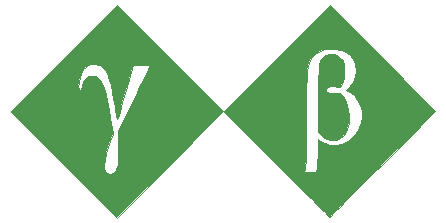
<source format=gbr>
G04 #@! TF.GenerationSoftware,KiCad,Pcbnew,(5.1.4)-1*
G04 #@! TF.CreationDate,2019-09-24T22:07:27-07:00*
G04 #@! TF.ProjectId,blacker-cannon-cards,626c6163-6b65-4722-9d63-616e6e6f6e2d,rev?*
G04 #@! TF.SameCoordinates,Original*
G04 #@! TF.FileFunction,Soldermask,Top*
G04 #@! TF.FilePolarity,Negative*
%FSLAX46Y46*%
G04 Gerber Fmt 4.6, Leading zero omitted, Abs format (unit mm)*
G04 Created by KiCad (PCBNEW (5.1.4)-1) date 2019-09-24 22:07:27*
%MOMM*%
%LPD*%
G04 APERTURE LIST*
%ADD10C,0.010000*%
G04 APERTURE END LIST*
D10*
G36*
X123477408Y-72680642D02*
G01*
X123785706Y-72809590D01*
X124034801Y-73048962D01*
X124077088Y-73109094D01*
X124149712Y-73227072D01*
X124197698Y-73338984D01*
X124226113Y-73474531D01*
X124240026Y-73663410D01*
X124244502Y-73935323D01*
X124244789Y-74091923D01*
X124241513Y-74425926D01*
X124228466Y-74667883D01*
X124200821Y-74851704D01*
X124153750Y-75011301D01*
X124093158Y-75157016D01*
X123999223Y-75347533D01*
X123925218Y-75442200D01*
X123849291Y-75464097D01*
X123809535Y-75456595D01*
X123670993Y-75428059D01*
X123466129Y-75395841D01*
X123348499Y-75380324D01*
X123087109Y-75379448D01*
X122881524Y-75435996D01*
X122746214Y-75534545D01*
X122695648Y-75659671D01*
X122744295Y-75795948D01*
X122860749Y-75900278D01*
X122982101Y-75957756D01*
X123139873Y-75981259D01*
X123372254Y-75975150D01*
X123458043Y-75968548D01*
X123895209Y-75931897D01*
X124083902Y-76160814D01*
X124305745Y-76506746D01*
X124484848Y-76936859D01*
X124612199Y-77413873D01*
X124678786Y-77900511D01*
X124675598Y-78359494D01*
X124654099Y-78519568D01*
X124594162Y-78783237D01*
X124514307Y-79041713D01*
X124457124Y-79183210D01*
X124231107Y-79523510D01*
X123932619Y-79769057D01*
X123580279Y-79912232D01*
X123192707Y-79945414D01*
X122795161Y-79863350D01*
X122602590Y-79762869D01*
X122396453Y-79607654D01*
X122303742Y-79518737D01*
X122064433Y-79263306D01*
X122083147Y-76380536D01*
X122087860Y-75698624D01*
X122092697Y-75131102D01*
X122098172Y-74666307D01*
X122104801Y-74292576D01*
X122113098Y-73998244D01*
X122123579Y-73771647D01*
X122136758Y-73601123D01*
X122153151Y-73475008D01*
X122173272Y-73381638D01*
X122197637Y-73309350D01*
X122221028Y-73257857D01*
X122434483Y-72958070D01*
X122723638Y-72757707D01*
X123079453Y-72662870D01*
X123106148Y-72660380D01*
X123477408Y-72680642D01*
X123477408Y-72680642D01*
G37*
X123477408Y-72680642D02*
X123785706Y-72809590D01*
X124034801Y-73048962D01*
X124077088Y-73109094D01*
X124149712Y-73227072D01*
X124197698Y-73338984D01*
X124226113Y-73474531D01*
X124240026Y-73663410D01*
X124244502Y-73935323D01*
X124244789Y-74091923D01*
X124241513Y-74425926D01*
X124228466Y-74667883D01*
X124200821Y-74851704D01*
X124153750Y-75011301D01*
X124093158Y-75157016D01*
X123999223Y-75347533D01*
X123925218Y-75442200D01*
X123849291Y-75464097D01*
X123809535Y-75456595D01*
X123670993Y-75428059D01*
X123466129Y-75395841D01*
X123348499Y-75380324D01*
X123087109Y-75379448D01*
X122881524Y-75435996D01*
X122746214Y-75534545D01*
X122695648Y-75659671D01*
X122744295Y-75795948D01*
X122860749Y-75900278D01*
X122982101Y-75957756D01*
X123139873Y-75981259D01*
X123372254Y-75975150D01*
X123458043Y-75968548D01*
X123895209Y-75931897D01*
X124083902Y-76160814D01*
X124305745Y-76506746D01*
X124484848Y-76936859D01*
X124612199Y-77413873D01*
X124678786Y-77900511D01*
X124675598Y-78359494D01*
X124654099Y-78519568D01*
X124594162Y-78783237D01*
X124514307Y-79041713D01*
X124457124Y-79183210D01*
X124231107Y-79523510D01*
X123932619Y-79769057D01*
X123580279Y-79912232D01*
X123192707Y-79945414D01*
X122795161Y-79863350D01*
X122602590Y-79762869D01*
X122396453Y-79607654D01*
X122303742Y-79518737D01*
X122064433Y-79263306D01*
X122083147Y-76380536D01*
X122087860Y-75698624D01*
X122092697Y-75131102D01*
X122098172Y-74666307D01*
X122104801Y-74292576D01*
X122113098Y-73998244D01*
X122123579Y-73771647D01*
X122136758Y-73601123D01*
X122153151Y-73475008D01*
X122173272Y-73381638D01*
X122197637Y-73309350D01*
X122221028Y-73257857D01*
X122434483Y-72958070D01*
X122723638Y-72757707D01*
X123079453Y-72662870D01*
X123106148Y-72660380D01*
X123477408Y-72680642D01*
G36*
X131996813Y-77500000D02*
G01*
X127522208Y-81974938D01*
X126898400Y-82598482D01*
X126299783Y-83196240D01*
X125732362Y-83762251D01*
X125202141Y-84290551D01*
X124715122Y-84775180D01*
X124277311Y-85210176D01*
X123894710Y-85589576D01*
X123573324Y-85907419D01*
X123319157Y-86157743D01*
X123138213Y-86334585D01*
X123036495Y-86431985D01*
X123015756Y-86449876D01*
X122967706Y-86406267D01*
X122836610Y-86279423D01*
X122628483Y-86075315D01*
X122349340Y-85799916D01*
X122005195Y-85459198D01*
X121602063Y-85059134D01*
X121145959Y-84605696D01*
X120642896Y-84104856D01*
X120098890Y-83562586D01*
X119519955Y-82984860D01*
X119131720Y-82597033D01*
X120892731Y-82597033D01*
X120918860Y-82639189D01*
X121005053Y-82660222D01*
X121175413Y-82667458D01*
X121369111Y-82668238D01*
X121867796Y-82668238D01*
X121940660Y-82274318D01*
X121968994Y-82069504D01*
X121997625Y-81772722D01*
X122023837Y-81418024D01*
X122044912Y-81039461D01*
X122051397Y-80886312D01*
X122089270Y-79892227D01*
X122221620Y-79990259D01*
X122612689Y-80204946D01*
X123063252Y-80325269D01*
X123546132Y-80348393D01*
X124034150Y-80271483D01*
X124252093Y-80202028D01*
X124631878Y-80002552D01*
X124991414Y-79708051D01*
X125298127Y-79348953D01*
X125469087Y-79065245D01*
X125677678Y-78527591D01*
X125772226Y-77991316D01*
X125755964Y-77470357D01*
X125632125Y-76978655D01*
X125403945Y-76530148D01*
X125074657Y-76138775D01*
X124727194Y-75867515D01*
X124425241Y-75673752D01*
X124750605Y-75337832D01*
X125025751Y-74995879D01*
X125196129Y-74633264D01*
X125274589Y-74217113D01*
X125283355Y-73975001D01*
X125225794Y-73510449D01*
X125061830Y-73105446D01*
X124799609Y-72766928D01*
X124447276Y-72501826D01*
X124012975Y-72317075D01*
X123504853Y-72219607D01*
X123204838Y-72205707D01*
X122684130Y-72252795D01*
X122230339Y-72398182D01*
X121824328Y-72648055D01*
X121815840Y-72654733D01*
X121526220Y-72944119D01*
X121316757Y-73298511D01*
X121178278Y-73736344D01*
X121126248Y-74040551D01*
X121114843Y-74191044D01*
X121104053Y-74454245D01*
X121094088Y-74816807D01*
X121085159Y-75265385D01*
X121077474Y-75786633D01*
X121071245Y-76367204D01*
X121066681Y-76993753D01*
X121063992Y-77652933D01*
X121063380Y-78035732D01*
X121062047Y-78860555D01*
X121059002Y-79570257D01*
X121053853Y-80175765D01*
X121046211Y-80688005D01*
X121035683Y-81117905D01*
X121021878Y-81476391D01*
X121004405Y-81774389D01*
X120982872Y-82022827D01*
X120956889Y-82232632D01*
X120926064Y-82414729D01*
X120902563Y-82526427D01*
X120892731Y-82597033D01*
X119131720Y-82597033D01*
X118912105Y-82377649D01*
X118524895Y-81990529D01*
X114065880Y-77531183D01*
X118556741Y-73040652D01*
X123047601Y-68550122D01*
X131996813Y-77500000D01*
X131996813Y-77500000D01*
G37*
X131996813Y-77500000D02*
X127522208Y-81974938D01*
X126898400Y-82598482D01*
X126299783Y-83196240D01*
X125732362Y-83762251D01*
X125202141Y-84290551D01*
X124715122Y-84775180D01*
X124277311Y-85210176D01*
X123894710Y-85589576D01*
X123573324Y-85907419D01*
X123319157Y-86157743D01*
X123138213Y-86334585D01*
X123036495Y-86431985D01*
X123015756Y-86449876D01*
X122967706Y-86406267D01*
X122836610Y-86279423D01*
X122628483Y-86075315D01*
X122349340Y-85799916D01*
X122005195Y-85459198D01*
X121602063Y-85059134D01*
X121145959Y-84605696D01*
X120642896Y-84104856D01*
X120098890Y-83562586D01*
X119519955Y-82984860D01*
X119131720Y-82597033D01*
X120892731Y-82597033D01*
X120918860Y-82639189D01*
X121005053Y-82660222D01*
X121175413Y-82667458D01*
X121369111Y-82668238D01*
X121867796Y-82668238D01*
X121940660Y-82274318D01*
X121968994Y-82069504D01*
X121997625Y-81772722D01*
X122023837Y-81418024D01*
X122044912Y-81039461D01*
X122051397Y-80886312D01*
X122089270Y-79892227D01*
X122221620Y-79990259D01*
X122612689Y-80204946D01*
X123063252Y-80325269D01*
X123546132Y-80348393D01*
X124034150Y-80271483D01*
X124252093Y-80202028D01*
X124631878Y-80002552D01*
X124991414Y-79708051D01*
X125298127Y-79348953D01*
X125469087Y-79065245D01*
X125677678Y-78527591D01*
X125772226Y-77991316D01*
X125755964Y-77470357D01*
X125632125Y-76978655D01*
X125403945Y-76530148D01*
X125074657Y-76138775D01*
X124727194Y-75867515D01*
X124425241Y-75673752D01*
X124750605Y-75337832D01*
X125025751Y-74995879D01*
X125196129Y-74633264D01*
X125274589Y-74217113D01*
X125283355Y-73975001D01*
X125225794Y-73510449D01*
X125061830Y-73105446D01*
X124799609Y-72766928D01*
X124447276Y-72501826D01*
X124012975Y-72317075D01*
X123504853Y-72219607D01*
X123204838Y-72205707D01*
X122684130Y-72252795D01*
X122230339Y-72398182D01*
X121824328Y-72648055D01*
X121815840Y-72654733D01*
X121526220Y-72944119D01*
X121316757Y-73298511D01*
X121178278Y-73736344D01*
X121126248Y-74040551D01*
X121114843Y-74191044D01*
X121104053Y-74454245D01*
X121094088Y-74816807D01*
X121085159Y-75265385D01*
X121077474Y-75786633D01*
X121071245Y-76367204D01*
X121066681Y-76993753D01*
X121063992Y-77652933D01*
X121063380Y-78035732D01*
X121062047Y-78860555D01*
X121059002Y-79570257D01*
X121053853Y-80175765D01*
X121046211Y-80688005D01*
X121035683Y-81117905D01*
X121021878Y-81476391D01*
X121004405Y-81774389D01*
X120982872Y-82022827D01*
X120956889Y-82232632D01*
X120926064Y-82414729D01*
X120902563Y-82526427D01*
X120892731Y-82597033D01*
X119131720Y-82597033D01*
X118912105Y-82377649D01*
X118524895Y-81990529D01*
X114065880Y-77531183D01*
X118556741Y-73040652D01*
X123047601Y-68550122D01*
X131996813Y-77500000D01*
G36*
X109532034Y-72997668D02*
G01*
X114034147Y-77500110D01*
X105021243Y-86513014D01*
X96040591Y-77531514D01*
X98098168Y-75463188D01*
X101775558Y-75463188D01*
X101785184Y-75637089D01*
X101823225Y-75717246D01*
X101894456Y-75735236D01*
X101973823Y-75707020D01*
X102025163Y-75603909D01*
X102058027Y-75437335D01*
X102158628Y-75043197D01*
X102324958Y-74751253D01*
X102553611Y-74564857D01*
X102841177Y-74487361D01*
X103018959Y-74491884D01*
X103254122Y-74548369D01*
X103451931Y-74668835D01*
X103622290Y-74866754D01*
X103775101Y-75155593D01*
X103920266Y-75548824D01*
X104006192Y-75834736D01*
X104082951Y-76132622D01*
X104173684Y-76528274D01*
X104272982Y-76994903D01*
X104375432Y-77505719D01*
X104475624Y-78033934D01*
X104568147Y-78552759D01*
X104629012Y-78918114D01*
X104710000Y-79422333D01*
X104465322Y-79989578D01*
X104242082Y-80556179D01*
X104091443Y-81066174D01*
X104004976Y-81559514D01*
X103974248Y-82076153D01*
X103975913Y-82308696D01*
X104029357Y-82556521D01*
X104158963Y-82735667D01*
X104338196Y-82834952D01*
X104540522Y-82843191D01*
X104739406Y-82749202D01*
X104824357Y-82666281D01*
X104921324Y-82539993D01*
X104996706Y-82407760D01*
X105053227Y-82252097D01*
X105093609Y-82055519D01*
X105120576Y-81800541D01*
X105136853Y-81469677D01*
X105145161Y-81045443D01*
X105148024Y-80588337D01*
X105152206Y-79170223D01*
X106213949Y-76964268D01*
X106462939Y-76446541D01*
X106705886Y-75940621D01*
X106934708Y-75463391D01*
X107141324Y-75031732D01*
X107317656Y-74662525D01*
X107455622Y-74372653D01*
X107547142Y-74178998D01*
X107548871Y-74175310D01*
X107822050Y-73592308D01*
X106405179Y-73592308D01*
X105783142Y-75750993D01*
X105636404Y-76258405D01*
X105497985Y-76733596D01*
X105372377Y-77161409D01*
X105264069Y-77526687D01*
X105177552Y-77814273D01*
X105117318Y-78009010D01*
X105089791Y-78091102D01*
X105063189Y-78142320D01*
X105037874Y-78143041D01*
X105010566Y-78080142D01*
X104977987Y-77940503D01*
X104936857Y-77711001D01*
X104883899Y-77378513D01*
X104840364Y-77092906D01*
X104735633Y-76447985D01*
X104624206Y-75850597D01*
X104509680Y-75316317D01*
X104395655Y-74860720D01*
X104285728Y-74499382D01*
X104183498Y-74247876D01*
X104182647Y-74246203D01*
X104022468Y-74004020D01*
X103813845Y-73785679D01*
X103592345Y-73623728D01*
X103428868Y-73556441D01*
X103275847Y-73520995D01*
X103185675Y-73497459D01*
X103046021Y-73496441D01*
X102842489Y-73539018D01*
X102623350Y-73611225D01*
X102436870Y-73699095D01*
X102394632Y-73726337D01*
X102201636Y-73928209D01*
X102033387Y-74227595D01*
X101899744Y-74596835D01*
X101810565Y-75008272D01*
X101775709Y-75434246D01*
X101775558Y-75463188D01*
X98098168Y-75463188D01*
X100535256Y-73013370D01*
X105029922Y-68495225D01*
X109532034Y-72997668D01*
X109532034Y-72997668D01*
G37*
X109532034Y-72997668D02*
X114034147Y-77500110D01*
X105021243Y-86513014D01*
X96040591Y-77531514D01*
X98098168Y-75463188D01*
X101775558Y-75463188D01*
X101785184Y-75637089D01*
X101823225Y-75717246D01*
X101894456Y-75735236D01*
X101973823Y-75707020D01*
X102025163Y-75603909D01*
X102058027Y-75437335D01*
X102158628Y-75043197D01*
X102324958Y-74751253D01*
X102553611Y-74564857D01*
X102841177Y-74487361D01*
X103018959Y-74491884D01*
X103254122Y-74548369D01*
X103451931Y-74668835D01*
X103622290Y-74866754D01*
X103775101Y-75155593D01*
X103920266Y-75548824D01*
X104006192Y-75834736D01*
X104082951Y-76132622D01*
X104173684Y-76528274D01*
X104272982Y-76994903D01*
X104375432Y-77505719D01*
X104475624Y-78033934D01*
X104568147Y-78552759D01*
X104629012Y-78918114D01*
X104710000Y-79422333D01*
X104465322Y-79989578D01*
X104242082Y-80556179D01*
X104091443Y-81066174D01*
X104004976Y-81559514D01*
X103974248Y-82076153D01*
X103975913Y-82308696D01*
X104029357Y-82556521D01*
X104158963Y-82735667D01*
X104338196Y-82834952D01*
X104540522Y-82843191D01*
X104739406Y-82749202D01*
X104824357Y-82666281D01*
X104921324Y-82539993D01*
X104996706Y-82407760D01*
X105053227Y-82252097D01*
X105093609Y-82055519D01*
X105120576Y-81800541D01*
X105136853Y-81469677D01*
X105145161Y-81045443D01*
X105148024Y-80588337D01*
X105152206Y-79170223D01*
X106213949Y-76964268D01*
X106462939Y-76446541D01*
X106705886Y-75940621D01*
X106934708Y-75463391D01*
X107141324Y-75031732D01*
X107317656Y-74662525D01*
X107455622Y-74372653D01*
X107547142Y-74178998D01*
X107548871Y-74175310D01*
X107822050Y-73592308D01*
X106405179Y-73592308D01*
X105783142Y-75750993D01*
X105636404Y-76258405D01*
X105497985Y-76733596D01*
X105372377Y-77161409D01*
X105264069Y-77526687D01*
X105177552Y-77814273D01*
X105117318Y-78009010D01*
X105089791Y-78091102D01*
X105063189Y-78142320D01*
X105037874Y-78143041D01*
X105010566Y-78080142D01*
X104977987Y-77940503D01*
X104936857Y-77711001D01*
X104883899Y-77378513D01*
X104840364Y-77092906D01*
X104735633Y-76447985D01*
X104624206Y-75850597D01*
X104509680Y-75316317D01*
X104395655Y-74860720D01*
X104285728Y-74499382D01*
X104183498Y-74247876D01*
X104182647Y-74246203D01*
X104022468Y-74004020D01*
X103813845Y-73785679D01*
X103592345Y-73623728D01*
X103428868Y-73556441D01*
X103275847Y-73520995D01*
X103185675Y-73497459D01*
X103046021Y-73496441D01*
X102842489Y-73539018D01*
X102623350Y-73611225D01*
X102436870Y-73699095D01*
X102394632Y-73726337D01*
X102201636Y-73928209D01*
X102033387Y-74227595D01*
X101899744Y-74596835D01*
X101810565Y-75008272D01*
X101775709Y-75434246D01*
X101775558Y-75463188D01*
X98098168Y-75463188D01*
X100535256Y-73013370D01*
X105029922Y-68495225D01*
X109532034Y-72997668D01*
M02*

</source>
